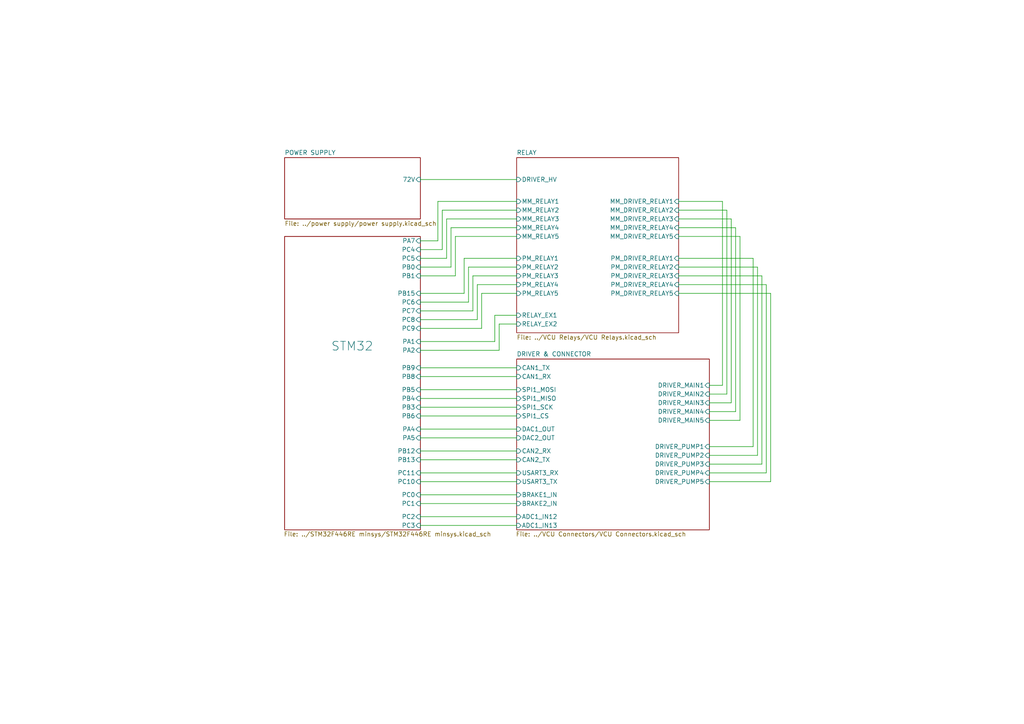
<source format=kicad_sch>
(kicad_sch
	(version 20231120)
	(generator "eeschema")
	(generator_version "8.0")
	(uuid "cc16c3a6-03f8-4cfb-b586-2e6135ccde0f")
	(paper "A4")
	(title_block
		(title "Agriculture VCU")
		(date "2025-02-04")
		(rev "4")
		(company "RMML NTU")
	)
	(lib_symbols)
	(wire
		(pts
			(xy 137.16 90.17) (xy 137.16 80.01)
		)
		(stroke
			(width 0)
			(type default)
		)
		(uuid "0591690c-3047-47cf-9101-b2062ad71034")
	)
	(wire
		(pts
			(xy 210.82 60.96) (xy 210.82 114.3)
		)
		(stroke
			(width 0)
			(type default)
		)
		(uuid "09f09a73-208c-4f57-b2b3-ea294b256758")
	)
	(wire
		(pts
			(xy 121.92 113.03) (xy 149.86 113.03)
		)
		(stroke
			(width 0)
			(type default)
		)
		(uuid "0de4f66f-54a6-45b3-a612-710a994f6fc2")
	)
	(wire
		(pts
			(xy 121.92 77.47) (xy 130.81 77.47)
		)
		(stroke
			(width 0)
			(type default)
		)
		(uuid "174a9c42-6adb-4586-a8c6-559b3fde45da")
	)
	(wire
		(pts
			(xy 121.92 130.81) (xy 149.86 130.81)
		)
		(stroke
			(width 0)
			(type default)
		)
		(uuid "1bf55fc5-670f-4bce-b20b-2e358a69badc")
	)
	(wire
		(pts
			(xy 205.74 116.84) (xy 212.09 116.84)
		)
		(stroke
			(width 0)
			(type default)
		)
		(uuid "224bcbc7-5d81-41c1-b0a5-7c07d68ce985")
	)
	(wire
		(pts
			(xy 130.81 66.04) (xy 130.81 77.47)
		)
		(stroke
			(width 0)
			(type default)
		)
		(uuid "27bc95d1-ef96-41ee-9b24-b3efd4b9208d")
	)
	(wire
		(pts
			(xy 121.92 146.05) (xy 149.86 146.05)
		)
		(stroke
			(width 0)
			(type default)
		)
		(uuid "2b7195ce-62e0-4729-8259-30fc409edfee")
	)
	(wire
		(pts
			(xy 205.74 111.76) (xy 209.55 111.76)
		)
		(stroke
			(width 0)
			(type default)
		)
		(uuid "2e8ec78a-d2dd-401a-aba3-ec7369f20e8a")
	)
	(wire
		(pts
			(xy 223.52 85.09) (xy 196.85 85.09)
		)
		(stroke
			(width 0)
			(type default)
		)
		(uuid "38cf3954-320f-499d-9f17-206c73ecab93")
	)
	(wire
		(pts
			(xy 219.71 77.47) (xy 196.85 77.47)
		)
		(stroke
			(width 0)
			(type default)
		)
		(uuid "3a542907-705e-499e-87b1-8286a70b5a8d")
	)
	(wire
		(pts
			(xy 121.92 101.6) (xy 144.78 101.6)
		)
		(stroke
			(width 0)
			(type default)
		)
		(uuid "3dbf02bc-b776-4aa9-95eb-aa33dd28b21c")
	)
	(wire
		(pts
			(xy 205.74 139.7) (xy 223.52 139.7)
		)
		(stroke
			(width 0)
			(type default)
		)
		(uuid "3ed87ef2-4a85-41a0-8a3a-809aecb30132")
	)
	(wire
		(pts
			(xy 205.74 137.16) (xy 222.25 137.16)
		)
		(stroke
			(width 0)
			(type default)
		)
		(uuid "41691e32-3fb5-4c6b-8827-9a647a123180")
	)
	(wire
		(pts
			(xy 209.55 58.42) (xy 196.85 58.42)
		)
		(stroke
			(width 0)
			(type default)
		)
		(uuid "41f9e90e-ad7e-42cd-b4cf-39614948bc0f")
	)
	(wire
		(pts
			(xy 121.92 80.01) (xy 132.08 80.01)
		)
		(stroke
			(width 0)
			(type default)
		)
		(uuid "4555aba4-bad0-4e12-b8f2-725d0ae54686")
	)
	(wire
		(pts
			(xy 210.82 114.3) (xy 205.74 114.3)
		)
		(stroke
			(width 0)
			(type default)
		)
		(uuid "45c96f4e-377f-42b1-860b-11f97ecf3fb8")
	)
	(wire
		(pts
			(xy 149.86 66.04) (xy 130.81 66.04)
		)
		(stroke
			(width 0)
			(type default)
		)
		(uuid "49ca8889-60a2-4150-918d-41e744b7b857")
	)
	(wire
		(pts
			(xy 121.92 133.35) (xy 149.86 133.35)
		)
		(stroke
			(width 0)
			(type default)
		)
		(uuid "4bb03651-e599-4981-9f89-ce47c8e79451")
	)
	(wire
		(pts
			(xy 209.55 111.76) (xy 209.55 58.42)
		)
		(stroke
			(width 0)
			(type default)
		)
		(uuid "4c5d13b2-3772-4c67-b658-87ee4d774400")
	)
	(wire
		(pts
			(xy 196.85 74.93) (xy 218.44 74.93)
		)
		(stroke
			(width 0)
			(type default)
		)
		(uuid "5061bc84-4695-4315-a9d6-e796b220ebc3")
	)
	(wire
		(pts
			(xy 121.92 124.46) (xy 149.86 124.46)
		)
		(stroke
			(width 0)
			(type default)
		)
		(uuid "50a6e7a4-ad2c-48c5-8e63-933ff4fbadbf")
	)
	(wire
		(pts
			(xy 144.78 101.6) (xy 144.78 93.98)
		)
		(stroke
			(width 0)
			(type default)
		)
		(uuid "5496075b-908f-4800-bfea-b764404c6a41")
	)
	(wire
		(pts
			(xy 121.92 92.71) (xy 138.43 92.71)
		)
		(stroke
			(width 0)
			(type default)
		)
		(uuid "5541b3b9-5e60-4759-b669-d10a8a1eb377")
	)
	(wire
		(pts
			(xy 213.36 66.04) (xy 213.36 119.38)
		)
		(stroke
			(width 0)
			(type default)
		)
		(uuid "5813f09e-71f3-4510-a8e4-07a6f34d3676")
	)
	(wire
		(pts
			(xy 135.89 77.47) (xy 149.86 77.47)
		)
		(stroke
			(width 0)
			(type default)
		)
		(uuid "59c4edae-5639-4144-9ade-4ea9fbf49f3e")
	)
	(wire
		(pts
			(xy 138.43 92.71) (xy 138.43 82.55)
		)
		(stroke
			(width 0)
			(type default)
		)
		(uuid "6d923070-7416-46da-b1d2-9e3820c320ba")
	)
	(wire
		(pts
			(xy 143.51 91.44) (xy 149.86 91.44)
		)
		(stroke
			(width 0)
			(type default)
		)
		(uuid "6ec1eb9a-b407-4dfa-9542-c05472d2ae05")
	)
	(wire
		(pts
			(xy 139.7 95.25) (xy 139.7 85.09)
		)
		(stroke
			(width 0)
			(type default)
		)
		(uuid "70847cdf-729a-4963-aa66-fcc8a0d791da")
	)
	(wire
		(pts
			(xy 121.92 152.4) (xy 149.86 152.4)
		)
		(stroke
			(width 0)
			(type default)
		)
		(uuid "73c56947-dedc-45f0-8eff-ece6a6f3f8b5")
	)
	(wire
		(pts
			(xy 205.74 132.08) (xy 219.71 132.08)
		)
		(stroke
			(width 0)
			(type default)
		)
		(uuid "76278a01-0cfc-44da-b1c2-1392d576d482")
	)
	(wire
		(pts
			(xy 135.89 87.63) (xy 135.89 77.47)
		)
		(stroke
			(width 0)
			(type default)
		)
		(uuid "77f01852-865d-4f72-aa65-5a1184c4577d")
	)
	(wire
		(pts
			(xy 213.36 119.38) (xy 205.74 119.38)
		)
		(stroke
			(width 0)
			(type default)
		)
		(uuid "7a8432fc-ad06-4ccf-8554-978ddbd52688")
	)
	(wire
		(pts
			(xy 121.92 95.25) (xy 139.7 95.25)
		)
		(stroke
			(width 0)
			(type default)
		)
		(uuid "7ca1e5f7-0acb-4f6f-b1fb-8e49a612c821")
	)
	(wire
		(pts
			(xy 121.92 52.07) (xy 149.86 52.07)
		)
		(stroke
			(width 0)
			(type default)
		)
		(uuid "820d1b6b-cc84-4fed-9d8d-c72bdc3331d3")
	)
	(wire
		(pts
			(xy 139.7 85.09) (xy 149.86 85.09)
		)
		(stroke
			(width 0)
			(type default)
		)
		(uuid "85124f59-4030-43b4-bee5-9b1a7fac14cd")
	)
	(wire
		(pts
			(xy 144.78 93.98) (xy 149.86 93.98)
		)
		(stroke
			(width 0)
			(type default)
		)
		(uuid "867059bf-78a7-4e40-adc0-ebe339baa198")
	)
	(wire
		(pts
			(xy 121.92 85.09) (xy 134.62 85.09)
		)
		(stroke
			(width 0)
			(type default)
		)
		(uuid "88652621-0c25-4c38-8bd3-819bb27ac61a")
	)
	(wire
		(pts
			(xy 220.98 134.62) (xy 205.74 134.62)
		)
		(stroke
			(width 0)
			(type default)
		)
		(uuid "88b00d21-8cb6-4835-aa31-be688c915dce")
	)
	(wire
		(pts
			(xy 205.74 121.92) (xy 214.63 121.92)
		)
		(stroke
			(width 0)
			(type default)
		)
		(uuid "89651ac9-aee3-49b4-841b-e031b2c8092c")
	)
	(wire
		(pts
			(xy 121.92 137.16) (xy 149.86 137.16)
		)
		(stroke
			(width 0)
			(type default)
		)
		(uuid "8c32c941-c367-4929-badb-6dd9fc21252f")
	)
	(wire
		(pts
			(xy 196.85 66.04) (xy 213.36 66.04)
		)
		(stroke
			(width 0)
			(type default)
		)
		(uuid "8f4a935e-afc3-467d-8a06-5c0cbfd0079c")
	)
	(wire
		(pts
			(xy 132.08 80.01) (xy 132.08 68.58)
		)
		(stroke
			(width 0)
			(type default)
		)
		(uuid "95e9a758-e6ad-4cfc-841b-359b231f97c3")
	)
	(wire
		(pts
			(xy 132.08 68.58) (xy 149.86 68.58)
		)
		(stroke
			(width 0)
			(type default)
		)
		(uuid "96091571-91d6-41fb-b033-343497c92326")
	)
	(wire
		(pts
			(xy 223.52 139.7) (xy 223.52 85.09)
		)
		(stroke
			(width 0)
			(type default)
		)
		(uuid "974e99b8-e722-4576-887c-f91d401f88ce")
	)
	(wire
		(pts
			(xy 121.92 99.06) (xy 143.51 99.06)
		)
		(stroke
			(width 0)
			(type default)
		)
		(uuid "9c2c8803-743b-4773-937d-163761455e8f")
	)
	(wire
		(pts
			(xy 137.16 80.01) (xy 149.86 80.01)
		)
		(stroke
			(width 0)
			(type default)
		)
		(uuid "9f32fb48-9cd0-4c18-8b38-569fbd38b4bd")
	)
	(wire
		(pts
			(xy 196.85 80.01) (xy 220.98 80.01)
		)
		(stroke
			(width 0)
			(type default)
		)
		(uuid "a209eb18-041a-4a67-94c5-0fa4ebe22bea")
	)
	(wire
		(pts
			(xy 218.44 74.93) (xy 218.44 129.54)
		)
		(stroke
			(width 0)
			(type default)
		)
		(uuid "a5f5577e-b717-454d-87b0-717934c0b8f0")
	)
	(wire
		(pts
			(xy 129.54 74.93) (xy 129.54 63.5)
		)
		(stroke
			(width 0)
			(type default)
		)
		(uuid "ac55915a-f9aa-42e9-ab70-032289d88623")
	)
	(wire
		(pts
			(xy 127 58.42) (xy 149.86 58.42)
		)
		(stroke
			(width 0)
			(type default)
		)
		(uuid "ae7fffa2-c1d3-4751-8bde-f9cbccfef77f")
	)
	(wire
		(pts
			(xy 121.92 109.22) (xy 149.86 109.22)
		)
		(stroke
			(width 0)
			(type default)
		)
		(uuid "aeadd3bb-4d3d-4c64-afc5-0ac609a5b279")
	)
	(wire
		(pts
			(xy 134.62 74.93) (xy 149.86 74.93)
		)
		(stroke
			(width 0)
			(type default)
		)
		(uuid "af1af8b4-bcfe-4084-9cf6-b4660a56228f")
	)
	(wire
		(pts
			(xy 121.92 143.51) (xy 149.86 143.51)
		)
		(stroke
			(width 0)
			(type default)
		)
		(uuid "b1294b1b-9cbb-4fbd-9597-0b1b5e4b7799")
	)
	(wire
		(pts
			(xy 218.44 129.54) (xy 205.74 129.54)
		)
		(stroke
			(width 0)
			(type default)
		)
		(uuid "b16c670f-e85d-4259-addc-3743f9c2dacf")
	)
	(wire
		(pts
			(xy 121.92 74.93) (xy 129.54 74.93)
		)
		(stroke
			(width 0)
			(type default)
		)
		(uuid "b1c8aca7-e8cd-49ec-9222-cd5eced8ba91")
	)
	(wire
		(pts
			(xy 121.92 139.7) (xy 149.86 139.7)
		)
		(stroke
			(width 0)
			(type default)
		)
		(uuid "b57dff31-e959-4dca-a1a2-22b3b8a9c305")
	)
	(wire
		(pts
			(xy 196.85 60.96) (xy 210.82 60.96)
		)
		(stroke
			(width 0)
			(type default)
		)
		(uuid "b6756ecc-2de6-4961-8758-fe5f6d814c2f")
	)
	(wire
		(pts
			(xy 220.98 80.01) (xy 220.98 134.62)
		)
		(stroke
			(width 0)
			(type default)
		)
		(uuid "b77c10f2-9173-4176-b6a5-9d41d880c2ce")
	)
	(wire
		(pts
			(xy 121.92 90.17) (xy 137.16 90.17)
		)
		(stroke
			(width 0)
			(type default)
		)
		(uuid "b816236a-7388-4044-9b76-ceb5c2b65041")
	)
	(wire
		(pts
			(xy 143.51 99.06) (xy 143.51 91.44)
		)
		(stroke
			(width 0)
			(type default)
		)
		(uuid "bac65e6b-ec6c-4152-97ef-f8783f8d2f80")
	)
	(wire
		(pts
			(xy 214.63 121.92) (xy 214.63 68.58)
		)
		(stroke
			(width 0)
			(type default)
		)
		(uuid "bddf30e7-321f-498e-bc5e-94c06d1a6c3c")
	)
	(wire
		(pts
			(xy 128.27 60.96) (xy 149.86 60.96)
		)
		(stroke
			(width 0)
			(type default)
		)
		(uuid "cd35eb77-653c-4b20-a31c-1247cbfa6eff")
	)
	(wire
		(pts
			(xy 138.43 82.55) (xy 149.86 82.55)
		)
		(stroke
			(width 0)
			(type default)
		)
		(uuid "cd581bfd-a8f1-442b-b114-233bcab67cdc")
	)
	(wire
		(pts
			(xy 214.63 68.58) (xy 196.85 68.58)
		)
		(stroke
			(width 0)
			(type default)
		)
		(uuid "cf754ec3-3d68-48c4-915c-e1710ec6bdf0")
	)
	(wire
		(pts
			(xy 212.09 63.5) (xy 196.85 63.5)
		)
		(stroke
			(width 0)
			(type default)
		)
		(uuid "d0ad6dc8-7ce8-4c17-9131-ff41fbdab34a")
	)
	(wire
		(pts
			(xy 127 69.85) (xy 127 58.42)
		)
		(stroke
			(width 0)
			(type default)
		)
		(uuid "d0b62e88-ee8d-46f0-8754-152d868c00c1")
	)
	(wire
		(pts
			(xy 121.92 149.86) (xy 149.86 149.86)
		)
		(stroke
			(width 0)
			(type default)
		)
		(uuid "d1474c16-58bc-4067-865b-1bf17dcb5971")
	)
	(wire
		(pts
			(xy 129.54 63.5) (xy 149.86 63.5)
		)
		(stroke
			(width 0)
			(type default)
		)
		(uuid "d219f537-cd69-4cbd-adb7-e940a178886e")
	)
	(wire
		(pts
			(xy 222.25 82.55) (xy 196.85 82.55)
		)
		(stroke
			(width 0)
			(type default)
		)
		(uuid "d70e998e-91f5-4af0-a6bc-1887b099a447")
	)
	(wire
		(pts
			(xy 222.25 137.16) (xy 222.25 82.55)
		)
		(stroke
			(width 0)
			(type default)
		)
		(uuid "dba6dde1-7cbb-4cc5-90a6-831ac7c72aa8")
	)
	(wire
		(pts
			(xy 121.92 120.65) (xy 149.86 120.65)
		)
		(stroke
			(width 0)
			(type default)
		)
		(uuid "e0b5d270-2bf2-48d8-a6bf-e9310c566a3b")
	)
	(wire
		(pts
			(xy 219.71 132.08) (xy 219.71 77.47)
		)
		(stroke
			(width 0)
			(type default)
		)
		(uuid "e4a658cb-d1dd-4a48-bc2f-aa3ddb40d785")
	)
	(wire
		(pts
			(xy 121.92 106.68) (xy 149.86 106.68)
		)
		(stroke
			(width 0)
			(type default)
		)
		(uuid "e4a88037-e432-4154-b9c8-2f1f60865ca0")
	)
	(wire
		(pts
			(xy 134.62 85.09) (xy 134.62 74.93)
		)
		(stroke
			(width 0)
			(type default)
		)
		(uuid "e6e79a96-3f9c-4cca-8218-73aac230c4ac")
	)
	(wire
		(pts
			(xy 121.92 72.39) (xy 128.27 72.39)
		)
		(stroke
			(width 0)
			(type default)
		)
		(uuid "ea379ff4-3850-44f0-a1c0-3555213b63f3")
	)
	(wire
		(pts
			(xy 121.92 87.63) (xy 135.89 87.63)
		)
		(stroke
			(width 0)
			(type default)
		)
		(uuid "ec0d6a8e-d141-48a9-bd16-981f1d38fdb4")
	)
	(wire
		(pts
			(xy 121.92 115.57) (xy 149.86 115.57)
		)
		(stroke
			(width 0)
			(type default)
		)
		(uuid "efab8ae1-ee01-4def-a38e-08899687b09a")
	)
	(wire
		(pts
			(xy 128.27 72.39) (xy 128.27 60.96)
		)
		(stroke
			(width 0)
			(type default)
		)
		(uuid "f1fa489e-50ee-40d1-9b7b-9bfd34b1c831")
	)
	(wire
		(pts
			(xy 212.09 116.84) (xy 212.09 63.5)
		)
		(stroke
			(width 0)
			(type default)
		)
		(uuid "fbf776cf-4cea-4739-8936-e6c327fc5e95")
	)
	(wire
		(pts
			(xy 121.92 118.11) (xy 149.86 118.11)
		)
		(stroke
			(width 0)
			(type default)
		)
		(uuid "fc0e06eb-e8f5-42cb-9920-86cea07cd9f6")
	)
	(wire
		(pts
			(xy 121.92 69.85) (xy 127 69.85)
		)
		(stroke
			(width 0)
			(type default)
		)
		(uuid "fd0c944b-eb58-4178-911b-d06dff27525e")
	)
	(wire
		(pts
			(xy 121.92 127) (xy 149.86 127)
		)
		(stroke
			(width 0)
			(type default)
		)
		(uuid "feb90277-4a1c-43f5-a215-701339f613c7")
	)
	(sheet
		(at 149.86 45.72)
		(size 46.99 50.8)
		(fields_autoplaced yes)
		(stroke
			(width 0.1524)
			(type solid)
		)
		(fill
			(color 0 0 0 0.0000)
		)
		(uuid "0d11cd13-4ca8-4bc7-b1cd-49cd2362f8e1")
		(property "Sheetname" "RELAY"
			(at 149.86 45.0084 0)
			(effects
				(font
					(size 1.27 1.27)
				)
				(justify left bottom)
			)
		)
		(property "Sheetfile" "../VCU Relays/VCU Relays.kicad_sch"
			(at 149.86 97.1046 0)
			(effects
				(font
					(size 1.27 1.27)
				)
				(justify left top)
			)
		)
		(pin "PM_DRIVER_RELAY1" input
			(at 196.85 74.93 0)
			(effects
				(font
					(size 1.27 1.27)
				)
				(justify right)
			)
			(uuid "ddd05bb8-cb7e-4127-bcb7-ce0415bcda95")
		)
		(pin "PM_RELAY1" input
			(at 149.86 74.93 180)
			(effects
				(font
					(size 1.27 1.27)
				)
				(justify left)
			)
			(uuid "8a473ec0-949f-4689-87af-e0f6f2b4ed5a")
		)
		(pin "MM_DRIVER_RELAY1" input
			(at 196.85 58.42 0)
			(effects
				(font
					(size 1.27 1.27)
				)
				(justify right)
			)
			(uuid "7df2730f-2acf-48dc-aa13-a8f3bd58547e")
		)
		(pin "MM_DRIVER_RELAY2" input
			(at 196.85 60.96 0)
			(effects
				(font
					(size 1.27 1.27)
				)
				(justify right)
			)
			(uuid "eae094f1-eba2-4ad7-af35-6cc69398d11e")
		)
		(pin "MM_DRIVER_RELAY3" input
			(at 196.85 63.5 0)
			(effects
				(font
					(size 1.27 1.27)
				)
				(justify right)
			)
			(uuid "f48756a6-7827-4678-a522-6d6e06dc6f9f")
		)
		(pin "MM_RELAY1" input
			(at 149.86 58.42 180)
			(effects
				(font
					(size 1.27 1.27)
				)
				(justify left)
			)
			(uuid "deeba15b-2601-45b6-afce-414a59c4d25e")
		)
		(pin "MM_DRIVER_RELAY4" input
			(at 196.85 66.04 0)
			(effects
				(font
					(size 1.27 1.27)
				)
				(justify right)
			)
			(uuid "cee1cfb8-78ef-4a6c-ba22-5eb28e467f5c")
		)
		(pin "PM_DRIVER_RELAY4" input
			(at 196.85 82.55 0)
			(effects
				(font
					(size 1.27 1.27)
				)
				(justify right)
			)
			(uuid "17e3b4d7-a8e6-4e47-bee3-ae8b29534037")
		)
		(pin "MM_DRIVER_RELAY5" input
			(at 196.85 68.58 0)
			(effects
				(font
					(size 1.27 1.27)
				)
				(justify right)
			)
			(uuid "64e78cd0-fabf-41ce-a5b3-8a01872fa5a7")
		)
		(pin "MM_RELAY5" input
			(at 149.86 68.58 180)
			(effects
				(font
					(size 1.27 1.27)
				)
				(justify left)
			)
			(uuid "1cbc1918-2b5f-48a1-8307-98377fa8cf98")
		)
		(pin "PM_DRIVER_RELAY5" input
			(at 196.85 85.09 0)
			(effects
				(font
					(size 1.27 1.27)
				)
				(justify right)
			)
			(uuid "21674ac4-c364-4e77-b55c-b0fc998b6017")
		)
		(pin "PM_RELAY5" input
			(at 149.86 85.09 180)
			(effects
				(font
					(size 1.27 1.27)
				)
				(justify left)
			)
			(uuid "20e481b5-2428-4fb6-a417-88b7e1d9eb15")
		)
		(pin "PM_RELAY4" input
			(at 149.86 82.55 180)
			(effects
				(font
					(size 1.27 1.27)
				)
				(justify left)
			)
			(uuid "b996dbea-2cd6-4a60-a737-a65221c44e9f")
		)
		(pin "PM_DRIVER_RELAY2" input
			(at 196.85 77.47 0)
			(effects
				(font
					(size 1.27 1.27)
				)
				(justify right)
			)
			(uuid "7d639ad3-7d56-480c-84c3-2d5adfbaad39")
		)
		(pin "PM_RELAY2" input
			(at 149.86 77.47 180)
			(effects
				(font
					(size 1.27 1.27)
				)
				(justify left)
			)
			(uuid "4d4bb80e-e641-4cdd-80ca-1f82714efc8c")
		)
		(pin "MM_RELAY3" input
			(at 149.86 63.5 180)
			(effects
				(font
					(size 1.27 1.27)
				)
				(justify left)
			)
			(uuid "1afb7d9b-52a7-4950-a74c-9be7104dc6c1")
		)
		(pin "MM_RELAY2" input
			(at 149.86 60.96 180)
			(effects
				(font
					(size 1.27 1.27)
				)
				(justify left)
			)
			(uuid "2f03c164-4dbf-43b7-816b-4721c287c0b2")
		)
		(pin "MM_RELAY4" input
			(at 149.86 66.04 180)
			(effects
				(font
					(size 1.27 1.27)
				)
				(justify left)
			)
			(uuid "fb2ea04d-3aa3-46a0-98f0-6a4eee57731f")
		)
		(pin "PM_RELAY3" input
			(at 149.86 80.01 180)
			(effects
				(font
					(size 1.27 1.27)
				)
				(justify left)
			)
			(uuid "542194ca-406e-4b72-b6db-3f302103e951")
		)
		(pin "PM_DRIVER_RELAY3" input
			(at 196.85 80.01 0)
			(effects
				(font
					(size 1.27 1.27)
				)
				(justify right)
			)
			(uuid "0db16f85-384c-4e8a-94bb-db5262096784")
		)
		(pin "RELAY_EX2" input
			(at 149.86 93.98 180)
			(effects
				(font
					(size 1.27 1.27)
				)
				(justify left)
			)
			(uuid "0d2128af-71e8-4cdb-9d9d-5040ca9c1576")
		)
		(pin "RELAY_EX1" input
			(at 149.86 91.44 180)
			(effects
				(font
					(size 1.27 1.27)
				)
				(justify left)
			)
			(uuid "459e86de-df51-40fb-931b-557d23b076b9")
		)
		(pin "DRIVER_HV" input
			(at 149.86 52.07 180)
			(effects
				(font
					(size 1.27 1.27)
				)
				(justify left)
			)
			(uuid "a32d0e7b-3a2c-4813-a3df-5bd372b76cef")
		)
		(instances
			(project "Tractor VCU"
				(path "/cc16c3a6-03f8-4cfb-b586-2e6135ccde0f"
					(page "3")
				)
			)
		)
	)
	(sheet
		(at 82.55 45.72)
		(size 39.37 17.78)
		(fields_autoplaced yes)
		(stroke
			(width 0.1524)
			(type solid)
		)
		(fill
			(color 0 0 0 0.0000)
		)
		(uuid "2088117f-15d4-4142-a33b-7f23092cf7eb")
		(property "Sheetname" "POWER SUPPLY"
			(at 82.55 45.0084 0)
			(effects
				(font
					(size 1.27 1.27)
				)
				(justify left bottom)
			)
		)
		(property "Sheetfile" "../power supply/power supply.kicad_sch"
			(at 82.55 64.0846 0)
			(effects
				(font
					(size 1.27 1.27)
				)
				(justify left top)
			)
		)
		(pin "72V" input
			(at 121.92 52.07 0)
			(effects
				(font
					(size 1.27 1.27)
				)
				(justify right)
			)
			(uuid "ae33b88a-b365-4337-8be7-2bfeea5a3545")
		)
		(instances
			(project "Tractor VCU"
				(path "/cc16c3a6-03f8-4cfb-b586-2e6135ccde0f"
					(page "5")
				)
			)
		)
	)
	(sheet
		(at 82.55 68.58)
		(size 39.37 85.09)
		(stroke
			(width 0.1524)
			(type solid)
		)
		(fill
			(color 0 0 0 0.0000)
		)
		(uuid "29e57018-32ed-4a1e-9d3a-bf4ab032e5ea")
		(property "Sheetname" "STM32"
			(at 96.012 101.854 0)
			(effects
				(font
					(size 2.54 2.54)
				)
				(justify left bottom)
			)
		)
		(property "Sheetfile" "../STM32F446RE minsys/STM32F446RE minsys.kicad_sch"
			(at 82.296 154.178 0)
			(effects
				(font
					(size 1.27 1.27)
				)
				(justify left top)
			)
		)
		(pin "PB8" input
			(at 121.92 109.22 0)
			(effects
				(font
					(size 1.27 1.27)
				)
				(justify right)
			)
			(uuid "bd674a20-329d-4ab8-ae47-4c31551e8a60")
		)
		(pin "PB9" input
			(at 121.92 106.68 0)
			(effects
				(font
					(size 1.27 1.27)
				)
				(justify right)
			)
			(uuid "0e97d8ca-a67f-4a0d-9bb5-139cf568c539")
		)
		(pin "PC10" input
			(at 121.92 139.7 0)
			(effects
				(font
					(size 1.27 1.27)
				)
				(justify right)
			)
			(uuid "3aad93a8-ceba-481d-b58b-5281759eb3cd")
		)
		(pin "PC11" input
			(at 121.92 137.16 0)
			(effects
				(font
					(size 1.27 1.27)
				)
				(justify right)
			)
			(uuid "fc799b30-9b04-4bb7-85bd-0dc0a381d0d4")
		)
		(pin "PC5" input
			(at 121.92 74.93 0)
			(effects
				(font
					(size 1.27 1.27)
				)
				(justify right)
			)
			(uuid "1e2156e0-fb3d-44d5-bb31-d19684bc21da")
		)
		(pin "PC8" input
			(at 121.92 92.71 0)
			(effects
				(font
					(size 1.27 1.27)
				)
				(justify right)
			)
			(uuid "8527773c-992a-46fb-9ecb-0f731e7d072f")
		)
		(pin "PC4" input
			(at 121.92 72.39 0)
			(effects
				(font
					(size 1.27 1.27)
				)
				(justify right)
			)
			(uuid "a548973d-2912-4b41-963c-543bb2f88bd8")
		)
		(pin "PC7" input
			(at 121.92 90.17 0)
			(effects
				(font
					(size 1.27 1.27)
				)
				(justify right)
			)
			(uuid "bca87c14-8b02-4c03-a7b0-defc14132279")
		)
		(pin "PB12" input
			(at 121.92 130.81 0)
			(effects
				(font
					(size 1.27 1.27)
				)
				(justify right)
			)
			(uuid "a7e935d5-3e35-4365-94e9-56057a05fd0e")
		)
		(pin "PB13" input
			(at 121.92 133.35 0)
			(effects
				(font
					(size 1.27 1.27)
				)
				(justify right)
			)
			(uuid "747efca1-d33f-441f-be2b-572dda32798f")
		)
		(pin "PB15" input
			(at 121.92 85.09 0)
			(effects
				(font
					(size 1.27 1.27)
				)
				(justify right)
			)
			(uuid "06715d1b-1076-4b07-9cc4-14887ef5e38a")
		)
		(pin "PB1" input
			(at 121.92 80.01 0)
			(effects
				(font
					(size 1.27 1.27)
				)
				(justify right)
			)
			(uuid "7a1cc33f-13ae-4f6a-a8c2-3ff57ab1e5fe")
		)
		(pin "PB0" input
			(at 121.92 77.47 0)
			(effects
				(font
					(size 1.27 1.27)
				)
				(justify right)
			)
			(uuid "08e7ebb9-c428-45c2-956b-48bc2f426980")
		)
		(pin "PA7" input
			(at 121.92 69.85 0)
			(effects
				(font
					(size 1.27 1.27)
				)
				(justify right)
			)
			(uuid "de5a03ff-e813-48c0-ba85-ecc3abeb0933")
		)
		(pin "PA1" input
			(at 121.92 99.06 0)
			(effects
				(font
					(size 1.27 1.27)
				)
				(justify right)
			)
			(uuid "17598785-2e47-4b19-b475-da4b3e389c1e")
		)
		(pin "PA5" input
			(at 121.92 127 0)
			(effects
				(font
					(size 1.27 1.27)
				)
				(justify right)
			)
			(uuid "6d0d3b35-54c5-4104-a061-3e2f0a3db2d8")
		)
		(pin "PA2" input
			(at 121.92 101.6 0)
			(effects
				(font
					(size 1.27 1.27)
				)
				(justify right)
			)
			(uuid "db9a9561-6b3f-429e-98d6-8602c95fb940")
		)
		(pin "PC9" input
			(at 121.92 95.25 0)
			(effects
				(font
					(size 1.27 1.27)
				)
				(justify right)
			)
			(uuid "5cc381ef-f831-4593-a98e-c9dc5268e7ef")
		)
		(pin "PC6" input
			(at 121.92 87.63 0)
			(effects
				(font
					(size 1.27 1.27)
				)
				(justify right)
			)
			(uuid "8c87d58e-a466-4ac2-b9ab-4ee35107de35")
		)
		(pin "PC0" input
			(at 121.92 143.51 0)
			(effects
				(font
					(size 1.27 1.27)
				)
				(justify right)
			)
			(uuid "70026f58-2305-498a-93fb-b583b6e1c14a")
		)
		(pin "PC3" input
			(at 121.92 152.4 0)
			(effects
				(font
					(size 1.27 1.27)
				)
				(justify right)
			)
			(uuid "2fec59bf-2a9e-48f7-b8c5-489ad92a99f1")
		)
		(pin "PC2" input
			(at 121.92 149.86 0)
			(effects
				(font
					(size 1.27 1.27)
				)
				(justify right)
			)
			(uuid "4d745a6d-c740-412f-8c15-266a944c82ad")
		)
		(pin "PC1" input
			(at 121.92 146.05 0)
			(effects
				(font
					(size 1.27 1.27)
				)
				(justify right)
			)
			(uuid "8db5037a-bf30-40ee-bd2b-176858d1e11d")
		)
		(pin "PB6" input
			(at 121.92 120.65 0)
			(effects
				(font
					(size 1.27 1.27)
				)
				(justify right)
			)
			(uuid "86dd74fe-41ae-43b7-8da8-c56c27249d0c")
		)
		(pin "PB5" input
			(at 121.92 113.03 0)
			(effects
				(font
					(size 1.27 1.27)
				)
				(justify right)
			)
			(uuid "8a61e8ac-490b-45f0-bc52-e1b98990b865")
		)
		(pin "PB4" input
			(at 121.92 115.57 0)
			(effects
				(font
					(size 1.27 1.27)
				)
				(justify right)
			)
			(uuid "ef2a3542-986d-4366-8b28-770e6176bb34")
		)
		(pin "PB3" input
			(at 121.92 118.11 0)
			(effects
				(font
					(size 1.27 1.27)
				)
				(justify right)
			)
			(uuid "1d5e2b16-c8b3-4b39-81bc-f81724d6e9e6")
		)
		(pin "PA4" input
			(at 121.92 124.46 0)
			(effects
				(font
					(size 1.27 1.27)
				)
				(justify right)
			)
			(uuid "97944338-514c-4d24-92ea-d2f04b268727")
		)
		(instances
			(project "Tractor VCU"
				(path "/cc16c3a6-03f8-4cfb-b586-2e6135ccde0f"
					(page "2")
				)
			)
		)
	)
	(sheet
		(at 149.86 104.14)
		(size 55.88 49.53)
		(stroke
			(width 0.1524)
			(type solid)
		)
		(fill
			(color 0 0 0 0.0000)
		)
		(uuid "d18eff29-12ed-4479-9e43-f42eb8f183ad")
		(property "Sheetname" "DRIVER & CONNECTOR"
			(at 149.86 103.4284 0)
			(effects
				(font
					(size 1.27 1.27)
				)
				(justify left bottom)
			)
		)
		(property "Sheetfile" "../VCU Connectors/VCU Connectors.kicad_sch"
			(at 149.606 154.178 0)
			(effects
				(font
					(size 1.27 1.27)
				)
				(justify left top)
			)
		)
		(pin "CAN1_TX" input
			(at 149.86 106.68 180)
			(effects
				(font
					(size 1.27 1.27)
				)
				(justify left)
			)
			(uuid "6a349b15-dea8-4e39-9f7a-88f982c488af")
		)
		(pin "CAN1_RX" input
			(at 149.86 109.22 180)
			(effects
				(font
					(size 1.27 1.27)
				)
				(justify left)
			)
			(uuid "c0932650-829e-41bd-b907-bfd165e70f31")
		)
		(pin "DRIVER_PUMP5" input
			(at 205.74 139.7 0)
			(effects
				(font
					(size 1.27 1.27)
				)
				(justify right)
			)
			(uuid "87922644-1888-43b8-9fa0-ca731f015138")
		)
		(pin "DRIVER_PUMP3" input
			(at 205.74 134.62 0)
			(effects
				(font
					(size 1.27 1.27)
				)
				(justify right)
			)
			(uuid "5192aa4f-20d6-478e-9cd2-6af3d234392c")
		)
		(pin "DRIVER_PUMP4" input
			(at 205.74 137.16 0)
			(effects
				(font
					(size 1.27 1.27)
				)
				(justify right)
			)
			(uuid "97490ef0-1a94-48c9-9ec3-6a1d300271e3")
		)
		(pin "DRIVER_PUMP1" input
			(at 205.74 129.54 0)
			(effects
				(font
					(size 1.27 1.27)
				)
				(justify right)
			)
			(uuid "b89f77c4-9370-4e70-9c31-a276c9f86a60")
		)
		(pin "DRIVER_PUMP2" input
			(at 205.74 132.08 0)
			(effects
				(font
					(size 1.27 1.27)
				)
				(justify right)
			)
			(uuid "662b632f-6652-4c9b-8903-9a8cd8ce465e")
		)
		(pin "DAC2_OUT" input
			(at 149.86 127 180)
			(effects
				(font
					(size 1.27 1.27)
				)
				(justify left)
			)
			(uuid "210405a4-3cb2-4e46-a9dc-c9bc4c3a56b3")
		)
		(pin "DAC1_OUT" input
			(at 149.86 124.46 180)
			(effects
				(font
					(size 1.27 1.27)
				)
				(justify left)
			)
			(uuid "95c54d0c-89ea-44a5-b0e9-23c0f0840bc6")
		)
		(pin "DRIVER_MAIN5" input
			(at 205.74 121.92 0)
			(effects
				(font
					(size 1.27 1.27)
				)
				(justify right)
			)
			(uuid "8f5f4f83-9e60-4795-afa4-74724433970e")
		)
		(pin "DRIVER_MAIN4" input
			(at 205.74 119.38 0)
			(effects
				(font
					(size 1.27 1.27)
				)
				(justify right)
			)
			(uuid "c8ed141b-f2e3-4828-b78c-05c97b9e2a0d")
		)
		(pin "DRIVER_MAIN3" input
			(at 205.74 116.84 0)
			(effects
				(font
					(size 1.27 1.27)
				)
				(justify right)
			)
			(uuid "da5ce7f6-37d5-4fea-8f37-4d3c9c62dd4e")
		)
		(pin "DRIVER_MAIN1" input
			(at 205.74 111.76 0)
			(effects
				(font
					(size 1.27 1.27)
				)
				(justify right)
			)
			(uuid "ceaf0b9c-5195-4598-96dd-040d96333530")
		)
		(pin "DRIVER_MAIN2" input
			(at 205.74 114.3 0)
			(effects
				(font
					(size 1.27 1.27)
				)
				(justify right)
			)
			(uuid "f0074f66-1e08-407a-bb0c-a78a4822e8a9")
		)
		(pin "CAN2_TX" input
			(at 149.86 133.35 180)
			(effects
				(font
					(size 1.27 1.27)
				)
				(justify left)
			)
			(uuid "770c8b4c-def7-47ea-976c-36c362f93174")
		)
		(pin "CAN2_RX" input
			(at 149.86 130.81 180)
			(effects
				(font
					(size 1.27 1.27)
				)
				(justify left)
			)
			(uuid "ad7fb71c-576e-4742-b783-cd70d44839c3")
		)
		(pin "USART3_RX" input
			(at 149.86 137.16 180)
			(effects
				(font
					(size 1.27 1.27)
				)
				(justify left)
			)
			(uuid "f0ef0397-371f-45fe-80ae-de9eeec3156a")
		)
		(pin "USART3_TX" input
			(at 149.86 139.7 180)
			(effects
				(font
					(size 1.27 1.27)
				)
				(justify left)
			)
			(uuid "81c769c9-32bb-4b4d-aab0-b9c54710d67c")
		)
		(pin "SPI1_MOSI" input
			(at 149.86 113.03 180)
			(effects
				(font
					(size 1.27 1.27)
				)
				(justify left)
			)
			(uuid "052b6e39-ceb4-4e19-91a1-efb9ff19aef0")
		)
		(pin "SPI1_CS" input
			(at 149.86 120.65 180)
			(effects
				(font
					(size 1.27 1.27)
				)
				(justify left)
			)
			(uuid "ebe221ed-4a35-4e38-a5b0-175c5b19b9b1")
		)
		(pin "SPI1_MISO" input
			(at 149.86 115.57 180)
			(effects
				(font
					(size 1.27 1.27)
				)
				(justify left)
			)
			(uuid "7fd2d8f3-c54b-4435-bd2c-5b706b0d02f8")
		)
		(pin "SPI1_SCK" input
			(at 149.86 118.11 180)
			(effects
				(font
					(size 1.27 1.27)
				)
				(justify left)
			)
			(uuid "089165de-a8f4-4646-9351-37c89bf5a22a")
		)
		(pin "ADC1_IN12" input
			(at 149.86 149.86 180)
			(effects
				(font
					(size 1.27 1.27)
				)
				(justify left)
			)
			(uuid "40468d88-3ab3-4f69-9b30-d2278390cbd9")
		)
		(pin "ADC1_IN13" input
			(at 149.86 152.4 180)
			(effects
				(font
					(size 1.27 1.27)
				)
				(justify left)
			)
			(uuid "5a07e989-7864-45fd-80dd-c996b979f6f3")
		)
		(pin "BRAKE1_IN" input
			(at 149.86 143.51 180)
			(effects
				(font
					(size 1.27 1.27)
				)
				(justify left)
			)
			(uuid "7e24b8a4-926e-477c-a1ed-e3ed8a4a06c9")
		)
		(pin "BRAKE2_IN" input
			(at 149.86 146.05 180)
			(effects
				(font
					(size 1.27 1.27)
				)
				(justify left)
			)
			(uuid "8ef0466f-c5c1-49af-8f07-c33c1ea78b08")
		)
		(instances
			(project "Tractor VCU"
				(path "/cc16c3a6-03f8-4cfb-b586-2e6135ccde0f"
					(page "4")
				)
			)
		)
	)
	(sheet_instances
		(path "/"
			(page "1")
		)
	)
)

</source>
